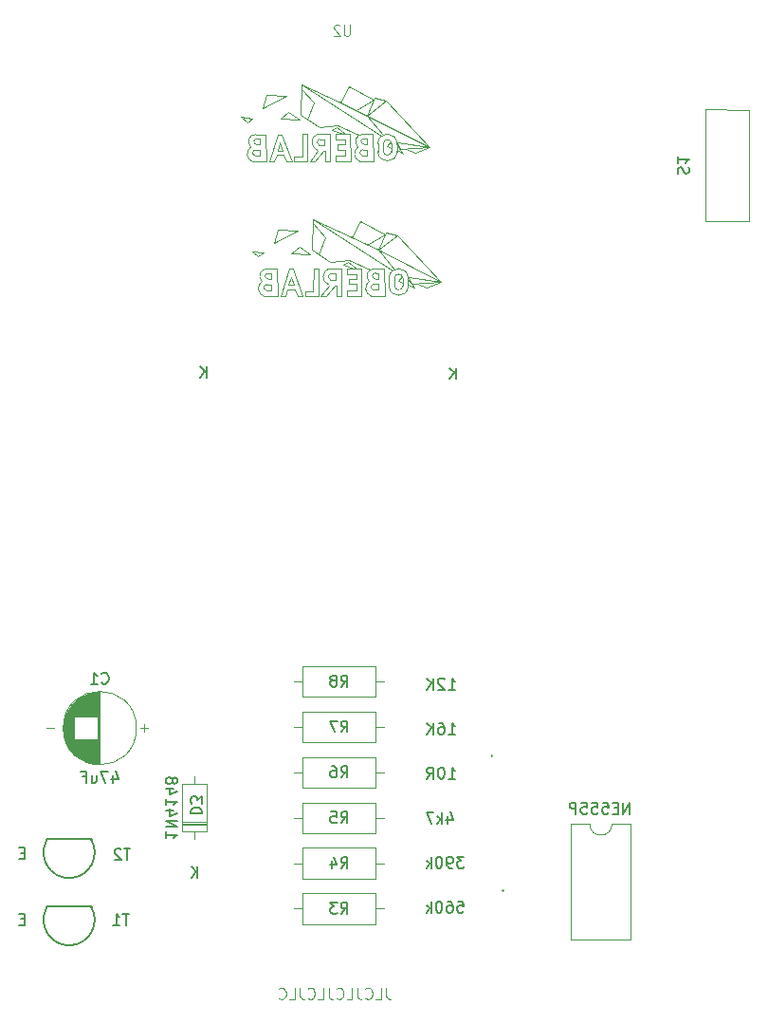
<source format=gbr>
%TF.GenerationSoftware,KiCad,Pcbnew,9.0.6*%
%TF.CreationDate,2025-12-31T17:09:58+01:00*%
%TF.ProjectId,Panda,50616e64-612e-46b6-9963-61645f706362,rev?*%
%TF.SameCoordinates,Original*%
%TF.FileFunction,Legend,Bot*%
%TF.FilePolarity,Positive*%
%FSLAX46Y46*%
G04 Gerber Fmt 4.6, Leading zero omitted, Abs format (unit mm)*
G04 Created by KiCad (PCBNEW 9.0.6) date 2025-12-31 17:09:58*
%MOMM*%
%LPD*%
G01*
G04 APERTURE LIST*
%ADD10C,0.100000*%
%ADD11C,0.150000*%
%ADD12C,0.050000*%
%ADD13C,0.120000*%
%ADD14C,0.010000*%
G04 APERTURE END LIST*
D10*
X95610401Y-132672419D02*
X95610401Y-133386704D01*
X95610401Y-133386704D02*
X95658020Y-133529561D01*
X95658020Y-133529561D02*
X95753258Y-133624800D01*
X95753258Y-133624800D02*
X95896115Y-133672419D01*
X95896115Y-133672419D02*
X95991353Y-133672419D01*
X94658020Y-133672419D02*
X95134210Y-133672419D01*
X95134210Y-133672419D02*
X95134210Y-132672419D01*
X93753258Y-133577180D02*
X93800877Y-133624800D01*
X93800877Y-133624800D02*
X93943734Y-133672419D01*
X93943734Y-133672419D02*
X94038972Y-133672419D01*
X94038972Y-133672419D02*
X94181829Y-133624800D01*
X94181829Y-133624800D02*
X94277067Y-133529561D01*
X94277067Y-133529561D02*
X94324686Y-133434323D01*
X94324686Y-133434323D02*
X94372305Y-133243847D01*
X94372305Y-133243847D02*
X94372305Y-133100990D01*
X94372305Y-133100990D02*
X94324686Y-132910514D01*
X94324686Y-132910514D02*
X94277067Y-132815276D01*
X94277067Y-132815276D02*
X94181829Y-132720038D01*
X94181829Y-132720038D02*
X94038972Y-132672419D01*
X94038972Y-132672419D02*
X93943734Y-132672419D01*
X93943734Y-132672419D02*
X93800877Y-132720038D01*
X93800877Y-132720038D02*
X93753258Y-132767657D01*
X93038972Y-132672419D02*
X93038972Y-133386704D01*
X93038972Y-133386704D02*
X93086591Y-133529561D01*
X93086591Y-133529561D02*
X93181829Y-133624800D01*
X93181829Y-133624800D02*
X93324686Y-133672419D01*
X93324686Y-133672419D02*
X93419924Y-133672419D01*
X92086591Y-133672419D02*
X92562781Y-133672419D01*
X92562781Y-133672419D02*
X92562781Y-132672419D01*
X91181829Y-133577180D02*
X91229448Y-133624800D01*
X91229448Y-133624800D02*
X91372305Y-133672419D01*
X91372305Y-133672419D02*
X91467543Y-133672419D01*
X91467543Y-133672419D02*
X91610400Y-133624800D01*
X91610400Y-133624800D02*
X91705638Y-133529561D01*
X91705638Y-133529561D02*
X91753257Y-133434323D01*
X91753257Y-133434323D02*
X91800876Y-133243847D01*
X91800876Y-133243847D02*
X91800876Y-133100990D01*
X91800876Y-133100990D02*
X91753257Y-132910514D01*
X91753257Y-132910514D02*
X91705638Y-132815276D01*
X91705638Y-132815276D02*
X91610400Y-132720038D01*
X91610400Y-132720038D02*
X91467543Y-132672419D01*
X91467543Y-132672419D02*
X91372305Y-132672419D01*
X91372305Y-132672419D02*
X91229448Y-132720038D01*
X91229448Y-132720038D02*
X91181829Y-132767657D01*
X90467543Y-132672419D02*
X90467543Y-133386704D01*
X90467543Y-133386704D02*
X90515162Y-133529561D01*
X90515162Y-133529561D02*
X90610400Y-133624800D01*
X90610400Y-133624800D02*
X90753257Y-133672419D01*
X90753257Y-133672419D02*
X90848495Y-133672419D01*
X89515162Y-133672419D02*
X89991352Y-133672419D01*
X89991352Y-133672419D02*
X89991352Y-132672419D01*
X88610400Y-133577180D02*
X88658019Y-133624800D01*
X88658019Y-133624800D02*
X88800876Y-133672419D01*
X88800876Y-133672419D02*
X88896114Y-133672419D01*
X88896114Y-133672419D02*
X89038971Y-133624800D01*
X89038971Y-133624800D02*
X89134209Y-133529561D01*
X89134209Y-133529561D02*
X89181828Y-133434323D01*
X89181828Y-133434323D02*
X89229447Y-133243847D01*
X89229447Y-133243847D02*
X89229447Y-133100990D01*
X89229447Y-133100990D02*
X89181828Y-132910514D01*
X89181828Y-132910514D02*
X89134209Y-132815276D01*
X89134209Y-132815276D02*
X89038971Y-132720038D01*
X89038971Y-132720038D02*
X88896114Y-132672419D01*
X88896114Y-132672419D02*
X88800876Y-132672419D01*
X88800876Y-132672419D02*
X88658019Y-132720038D01*
X88658019Y-132720038D02*
X88610400Y-132767657D01*
X87896114Y-132672419D02*
X87896114Y-133386704D01*
X87896114Y-133386704D02*
X87943733Y-133529561D01*
X87943733Y-133529561D02*
X88038971Y-133624800D01*
X88038971Y-133624800D02*
X88181828Y-133672419D01*
X88181828Y-133672419D02*
X88277066Y-133672419D01*
X86943733Y-133672419D02*
X87419923Y-133672419D01*
X87419923Y-133672419D02*
X87419923Y-132672419D01*
X86038971Y-133577180D02*
X86086590Y-133624800D01*
X86086590Y-133624800D02*
X86229447Y-133672419D01*
X86229447Y-133672419D02*
X86324685Y-133672419D01*
X86324685Y-133672419D02*
X86467542Y-133624800D01*
X86467542Y-133624800D02*
X86562780Y-133529561D01*
X86562780Y-133529561D02*
X86610399Y-133434323D01*
X86610399Y-133434323D02*
X86658018Y-133243847D01*
X86658018Y-133243847D02*
X86658018Y-133100990D01*
X86658018Y-133100990D02*
X86610399Y-132910514D01*
X86610399Y-132910514D02*
X86562780Y-132815276D01*
X86562780Y-132815276D02*
X86467542Y-132720038D01*
X86467542Y-132720038D02*
X86324685Y-132672419D01*
X86324685Y-132672419D02*
X86229447Y-132672419D01*
X86229447Y-132672419D02*
X86086590Y-132720038D01*
X86086590Y-132720038D02*
X86038971Y-132767657D01*
D11*
X101861904Y-78354819D02*
X101861904Y-77354819D01*
X101290476Y-78354819D02*
X101719047Y-77783390D01*
X101290476Y-77354819D02*
X101861904Y-77926247D01*
X79561904Y-78254819D02*
X79561904Y-77254819D01*
X78990476Y-78254819D02*
X79419047Y-77683390D01*
X78990476Y-77254819D02*
X79561904Y-77826247D01*
X63314285Y-126531009D02*
X62980952Y-126531009D01*
X62838095Y-127054819D02*
X63314285Y-127054819D01*
X63314285Y-127054819D02*
X63314285Y-126054819D01*
X63314285Y-126054819D02*
X62838095Y-126054819D01*
X63314285Y-120631009D02*
X62980952Y-120631009D01*
X62838095Y-121154819D02*
X63314285Y-121154819D01*
X63314285Y-121154819D02*
X63314285Y-120154819D01*
X63314285Y-120154819D02*
X62838095Y-120154819D01*
X72761904Y-120254819D02*
X72190476Y-120254819D01*
X72476190Y-121254819D02*
X72476190Y-120254819D01*
X71904761Y-120350057D02*
X71857142Y-120302438D01*
X71857142Y-120302438D02*
X71761904Y-120254819D01*
X71761904Y-120254819D02*
X71523809Y-120254819D01*
X71523809Y-120254819D02*
X71428571Y-120302438D01*
X71428571Y-120302438D02*
X71380952Y-120350057D01*
X71380952Y-120350057D02*
X71333333Y-120445295D01*
X71333333Y-120445295D02*
X71333333Y-120540533D01*
X71333333Y-120540533D02*
X71380952Y-120683390D01*
X71380952Y-120683390D02*
X71952380Y-121254819D01*
X71952380Y-121254819D02*
X71333333Y-121254819D01*
X72661904Y-126054819D02*
X72090476Y-126054819D01*
X72376190Y-127054819D02*
X72376190Y-126054819D01*
X71233333Y-127054819D02*
X71804761Y-127054819D01*
X71519047Y-127054819D02*
X71519047Y-126054819D01*
X71519047Y-126054819D02*
X71614285Y-126197676D01*
X71614285Y-126197676D02*
X71709523Y-126292914D01*
X71709523Y-126292914D02*
X71804761Y-126340533D01*
X69247652Y-119409768D02*
G75*
G02*
X65300000Y-119500000I-1947652J-1190232D01*
G01*
X65300000Y-119400000D02*
X69300000Y-119400000D01*
X69247652Y-125409768D02*
G75*
G02*
X65300000Y-125500000I-1947652J-1190232D01*
G01*
X65300000Y-125400000D02*
X69300000Y-125400000D01*
D12*
X92369714Y-46744019D02*
X92369714Y-47553542D01*
X92369714Y-47553542D02*
X92326857Y-47648780D01*
X92326857Y-47648780D02*
X92284000Y-47696400D01*
X92284000Y-47696400D02*
X92198285Y-47744019D01*
X92198285Y-47744019D02*
X92026857Y-47744019D01*
X92026857Y-47744019D02*
X91941142Y-47696400D01*
X91941142Y-47696400D02*
X91898285Y-47648780D01*
X91898285Y-47648780D02*
X91855428Y-47553542D01*
X91855428Y-47553542D02*
X91855428Y-46744019D01*
X91469714Y-46839257D02*
X91426857Y-46791638D01*
X91426857Y-46791638D02*
X91341143Y-46744019D01*
X91341143Y-46744019D02*
X91126857Y-46744019D01*
X91126857Y-46744019D02*
X91041143Y-46791638D01*
X91041143Y-46791638D02*
X90998285Y-46839257D01*
X90998285Y-46839257D02*
X90955428Y-46934495D01*
X90955428Y-46934495D02*
X90955428Y-47029733D01*
X90955428Y-47029733D02*
X90998285Y-47172590D01*
X90998285Y-47172590D02*
X91512571Y-47744019D01*
X91512571Y-47744019D02*
X90955428Y-47744019D01*
D11*
X117366666Y-117154819D02*
X117366666Y-116154819D01*
X117366666Y-116154819D02*
X116795238Y-117154819D01*
X116795238Y-117154819D02*
X116795238Y-116154819D01*
X116319047Y-116631009D02*
X115985714Y-116631009D01*
X115842857Y-117154819D02*
X116319047Y-117154819D01*
X116319047Y-117154819D02*
X116319047Y-116154819D01*
X116319047Y-116154819D02*
X115842857Y-116154819D01*
X114938095Y-116154819D02*
X115414285Y-116154819D01*
X115414285Y-116154819D02*
X115461904Y-116631009D01*
X115461904Y-116631009D02*
X115414285Y-116583390D01*
X115414285Y-116583390D02*
X115319047Y-116535771D01*
X115319047Y-116535771D02*
X115080952Y-116535771D01*
X115080952Y-116535771D02*
X114985714Y-116583390D01*
X114985714Y-116583390D02*
X114938095Y-116631009D01*
X114938095Y-116631009D02*
X114890476Y-116726247D01*
X114890476Y-116726247D02*
X114890476Y-116964342D01*
X114890476Y-116964342D02*
X114938095Y-117059580D01*
X114938095Y-117059580D02*
X114985714Y-117107200D01*
X114985714Y-117107200D02*
X115080952Y-117154819D01*
X115080952Y-117154819D02*
X115319047Y-117154819D01*
X115319047Y-117154819D02*
X115414285Y-117107200D01*
X115414285Y-117107200D02*
X115461904Y-117059580D01*
X113985714Y-116154819D02*
X114461904Y-116154819D01*
X114461904Y-116154819D02*
X114509523Y-116631009D01*
X114509523Y-116631009D02*
X114461904Y-116583390D01*
X114461904Y-116583390D02*
X114366666Y-116535771D01*
X114366666Y-116535771D02*
X114128571Y-116535771D01*
X114128571Y-116535771D02*
X114033333Y-116583390D01*
X114033333Y-116583390D02*
X113985714Y-116631009D01*
X113985714Y-116631009D02*
X113938095Y-116726247D01*
X113938095Y-116726247D02*
X113938095Y-116964342D01*
X113938095Y-116964342D02*
X113985714Y-117059580D01*
X113985714Y-117059580D02*
X114033333Y-117107200D01*
X114033333Y-117107200D02*
X114128571Y-117154819D01*
X114128571Y-117154819D02*
X114366666Y-117154819D01*
X114366666Y-117154819D02*
X114461904Y-117107200D01*
X114461904Y-117107200D02*
X114509523Y-117059580D01*
X113033333Y-116154819D02*
X113509523Y-116154819D01*
X113509523Y-116154819D02*
X113557142Y-116631009D01*
X113557142Y-116631009D02*
X113509523Y-116583390D01*
X113509523Y-116583390D02*
X113414285Y-116535771D01*
X113414285Y-116535771D02*
X113176190Y-116535771D01*
X113176190Y-116535771D02*
X113080952Y-116583390D01*
X113080952Y-116583390D02*
X113033333Y-116631009D01*
X113033333Y-116631009D02*
X112985714Y-116726247D01*
X112985714Y-116726247D02*
X112985714Y-116964342D01*
X112985714Y-116964342D02*
X113033333Y-117059580D01*
X113033333Y-117059580D02*
X113080952Y-117107200D01*
X113080952Y-117107200D02*
X113176190Y-117154819D01*
X113176190Y-117154819D02*
X113414285Y-117154819D01*
X113414285Y-117154819D02*
X113509523Y-117107200D01*
X113509523Y-117107200D02*
X113557142Y-117059580D01*
X112557142Y-117154819D02*
X112557142Y-116154819D01*
X112557142Y-116154819D02*
X112176190Y-116154819D01*
X112176190Y-116154819D02*
X112080952Y-116202438D01*
X112080952Y-116202438D02*
X112033333Y-116250057D01*
X112033333Y-116250057D02*
X111985714Y-116345295D01*
X111985714Y-116345295D02*
X111985714Y-116488152D01*
X111985714Y-116488152D02*
X112033333Y-116583390D01*
X112033333Y-116583390D02*
X112080952Y-116631009D01*
X112080952Y-116631009D02*
X112176190Y-116678628D01*
X112176190Y-116678628D02*
X112557142Y-116678628D01*
X121692800Y-60021904D02*
X121645180Y-59879047D01*
X121645180Y-59879047D02*
X121645180Y-59640952D01*
X121645180Y-59640952D02*
X121692800Y-59545714D01*
X121692800Y-59545714D02*
X121740419Y-59498095D01*
X121740419Y-59498095D02*
X121835657Y-59450476D01*
X121835657Y-59450476D02*
X121930895Y-59450476D01*
X121930895Y-59450476D02*
X122026133Y-59498095D01*
X122026133Y-59498095D02*
X122073752Y-59545714D01*
X122073752Y-59545714D02*
X122121371Y-59640952D01*
X122121371Y-59640952D02*
X122168990Y-59831428D01*
X122168990Y-59831428D02*
X122216609Y-59926666D01*
X122216609Y-59926666D02*
X122264228Y-59974285D01*
X122264228Y-59974285D02*
X122359466Y-60021904D01*
X122359466Y-60021904D02*
X122454704Y-60021904D01*
X122454704Y-60021904D02*
X122549942Y-59974285D01*
X122549942Y-59974285D02*
X122597561Y-59926666D01*
X122597561Y-59926666D02*
X122645180Y-59831428D01*
X122645180Y-59831428D02*
X122645180Y-59593333D01*
X122645180Y-59593333D02*
X122597561Y-59450476D01*
X121645180Y-58498095D02*
X121645180Y-59069523D01*
X121645180Y-58783809D02*
X122645180Y-58783809D01*
X122645180Y-58783809D02*
X122502323Y-58879047D01*
X122502323Y-58879047D02*
X122407085Y-58974285D01*
X122407085Y-58974285D02*
X122359466Y-59069523D01*
X91586666Y-109854819D02*
X91919999Y-109378628D01*
X92158094Y-109854819D02*
X92158094Y-108854819D01*
X92158094Y-108854819D02*
X91777142Y-108854819D01*
X91777142Y-108854819D02*
X91681904Y-108902438D01*
X91681904Y-108902438D02*
X91634285Y-108950057D01*
X91634285Y-108950057D02*
X91586666Y-109045295D01*
X91586666Y-109045295D02*
X91586666Y-109188152D01*
X91586666Y-109188152D02*
X91634285Y-109283390D01*
X91634285Y-109283390D02*
X91681904Y-109331009D01*
X91681904Y-109331009D02*
X91777142Y-109378628D01*
X91777142Y-109378628D02*
X92158094Y-109378628D01*
X91253332Y-108854819D02*
X90586666Y-108854819D01*
X90586666Y-108854819D02*
X91015237Y-109854819D01*
X101190476Y-110034819D02*
X101761904Y-110034819D01*
X101476190Y-110034819D02*
X101476190Y-109034819D01*
X101476190Y-109034819D02*
X101571428Y-109177676D01*
X101571428Y-109177676D02*
X101666666Y-109272914D01*
X101666666Y-109272914D02*
X101761904Y-109320533D01*
X100333333Y-109034819D02*
X100523809Y-109034819D01*
X100523809Y-109034819D02*
X100619047Y-109082438D01*
X100619047Y-109082438D02*
X100666666Y-109130057D01*
X100666666Y-109130057D02*
X100761904Y-109272914D01*
X100761904Y-109272914D02*
X100809523Y-109463390D01*
X100809523Y-109463390D02*
X100809523Y-109844342D01*
X100809523Y-109844342D02*
X100761904Y-109939580D01*
X100761904Y-109939580D02*
X100714285Y-109987200D01*
X100714285Y-109987200D02*
X100619047Y-110034819D01*
X100619047Y-110034819D02*
X100428571Y-110034819D01*
X100428571Y-110034819D02*
X100333333Y-109987200D01*
X100333333Y-109987200D02*
X100285714Y-109939580D01*
X100285714Y-109939580D02*
X100238095Y-109844342D01*
X100238095Y-109844342D02*
X100238095Y-109606247D01*
X100238095Y-109606247D02*
X100285714Y-109511009D01*
X100285714Y-109511009D02*
X100333333Y-109463390D01*
X100333333Y-109463390D02*
X100428571Y-109415771D01*
X100428571Y-109415771D02*
X100619047Y-109415771D01*
X100619047Y-109415771D02*
X100714285Y-109463390D01*
X100714285Y-109463390D02*
X100761904Y-109511009D01*
X100761904Y-109511009D02*
X100809523Y-109606247D01*
X99809523Y-110034819D02*
X99809523Y-109034819D01*
X99238095Y-110034819D02*
X99666666Y-109463390D01*
X99238095Y-109034819D02*
X99809523Y-109606247D01*
X91586666Y-113904819D02*
X91919999Y-113428628D01*
X92158094Y-113904819D02*
X92158094Y-112904819D01*
X92158094Y-112904819D02*
X91777142Y-112904819D01*
X91777142Y-112904819D02*
X91681904Y-112952438D01*
X91681904Y-112952438D02*
X91634285Y-113000057D01*
X91634285Y-113000057D02*
X91586666Y-113095295D01*
X91586666Y-113095295D02*
X91586666Y-113238152D01*
X91586666Y-113238152D02*
X91634285Y-113333390D01*
X91634285Y-113333390D02*
X91681904Y-113381009D01*
X91681904Y-113381009D02*
X91777142Y-113428628D01*
X91777142Y-113428628D02*
X92158094Y-113428628D01*
X90729523Y-112904819D02*
X90919999Y-112904819D01*
X90919999Y-112904819D02*
X91015237Y-112952438D01*
X91015237Y-112952438D02*
X91062856Y-113000057D01*
X91062856Y-113000057D02*
X91158094Y-113142914D01*
X91158094Y-113142914D02*
X91205713Y-113333390D01*
X91205713Y-113333390D02*
X91205713Y-113714342D01*
X91205713Y-113714342D02*
X91158094Y-113809580D01*
X91158094Y-113809580D02*
X91110475Y-113857200D01*
X91110475Y-113857200D02*
X91015237Y-113904819D01*
X91015237Y-113904819D02*
X90824761Y-113904819D01*
X90824761Y-113904819D02*
X90729523Y-113857200D01*
X90729523Y-113857200D02*
X90681904Y-113809580D01*
X90681904Y-113809580D02*
X90634285Y-113714342D01*
X90634285Y-113714342D02*
X90634285Y-113476247D01*
X90634285Y-113476247D02*
X90681904Y-113381009D01*
X90681904Y-113381009D02*
X90729523Y-113333390D01*
X90729523Y-113333390D02*
X90824761Y-113285771D01*
X90824761Y-113285771D02*
X91015237Y-113285771D01*
X91015237Y-113285771D02*
X91110475Y-113333390D01*
X91110475Y-113333390D02*
X91158094Y-113381009D01*
X91158094Y-113381009D02*
X91205713Y-113476247D01*
X101190476Y-114014819D02*
X101761904Y-114014819D01*
X101476190Y-114014819D02*
X101476190Y-113014819D01*
X101476190Y-113014819D02*
X101571428Y-113157676D01*
X101571428Y-113157676D02*
X101666666Y-113252914D01*
X101666666Y-113252914D02*
X101761904Y-113300533D01*
X100571428Y-113014819D02*
X100476190Y-113014819D01*
X100476190Y-113014819D02*
X100380952Y-113062438D01*
X100380952Y-113062438D02*
X100333333Y-113110057D01*
X100333333Y-113110057D02*
X100285714Y-113205295D01*
X100285714Y-113205295D02*
X100238095Y-113395771D01*
X100238095Y-113395771D02*
X100238095Y-113633866D01*
X100238095Y-113633866D02*
X100285714Y-113824342D01*
X100285714Y-113824342D02*
X100333333Y-113919580D01*
X100333333Y-113919580D02*
X100380952Y-113967200D01*
X100380952Y-113967200D02*
X100476190Y-114014819D01*
X100476190Y-114014819D02*
X100571428Y-114014819D01*
X100571428Y-114014819D02*
X100666666Y-113967200D01*
X100666666Y-113967200D02*
X100714285Y-113919580D01*
X100714285Y-113919580D02*
X100761904Y-113824342D01*
X100761904Y-113824342D02*
X100809523Y-113633866D01*
X100809523Y-113633866D02*
X100809523Y-113395771D01*
X100809523Y-113395771D02*
X100761904Y-113205295D01*
X100761904Y-113205295D02*
X100714285Y-113110057D01*
X100714285Y-113110057D02*
X100666666Y-113062438D01*
X100666666Y-113062438D02*
X100571428Y-113014819D01*
X99238095Y-114014819D02*
X99571428Y-113538628D01*
X99809523Y-114014819D02*
X99809523Y-113014819D01*
X99809523Y-113014819D02*
X99428571Y-113014819D01*
X99428571Y-113014819D02*
X99333333Y-113062438D01*
X99333333Y-113062438D02*
X99285714Y-113110057D01*
X99285714Y-113110057D02*
X99238095Y-113205295D01*
X99238095Y-113205295D02*
X99238095Y-113348152D01*
X99238095Y-113348152D02*
X99285714Y-113443390D01*
X99285714Y-113443390D02*
X99333333Y-113491009D01*
X99333333Y-113491009D02*
X99428571Y-113538628D01*
X99428571Y-113538628D02*
X99809523Y-113538628D01*
X91586666Y-117954819D02*
X91919999Y-117478628D01*
X92158094Y-117954819D02*
X92158094Y-116954819D01*
X92158094Y-116954819D02*
X91777142Y-116954819D01*
X91777142Y-116954819D02*
X91681904Y-117002438D01*
X91681904Y-117002438D02*
X91634285Y-117050057D01*
X91634285Y-117050057D02*
X91586666Y-117145295D01*
X91586666Y-117145295D02*
X91586666Y-117288152D01*
X91586666Y-117288152D02*
X91634285Y-117383390D01*
X91634285Y-117383390D02*
X91681904Y-117431009D01*
X91681904Y-117431009D02*
X91777142Y-117478628D01*
X91777142Y-117478628D02*
X92158094Y-117478628D01*
X90681904Y-116954819D02*
X91158094Y-116954819D01*
X91158094Y-116954819D02*
X91205713Y-117431009D01*
X91205713Y-117431009D02*
X91158094Y-117383390D01*
X91158094Y-117383390D02*
X91062856Y-117335771D01*
X91062856Y-117335771D02*
X90824761Y-117335771D01*
X90824761Y-117335771D02*
X90729523Y-117383390D01*
X90729523Y-117383390D02*
X90681904Y-117431009D01*
X90681904Y-117431009D02*
X90634285Y-117526247D01*
X90634285Y-117526247D02*
X90634285Y-117764342D01*
X90634285Y-117764342D02*
X90681904Y-117859580D01*
X90681904Y-117859580D02*
X90729523Y-117907200D01*
X90729523Y-117907200D02*
X90824761Y-117954819D01*
X90824761Y-117954819D02*
X91062856Y-117954819D01*
X91062856Y-117954819D02*
X91158094Y-117907200D01*
X91158094Y-117907200D02*
X91205713Y-117859580D01*
X101095238Y-117328152D02*
X101095238Y-117994819D01*
X101333333Y-116947200D02*
X101571428Y-117661485D01*
X101571428Y-117661485D02*
X100952381Y-117661485D01*
X100571428Y-117994819D02*
X100571428Y-116994819D01*
X100476190Y-117613866D02*
X100190476Y-117994819D01*
X100190476Y-117328152D02*
X100571428Y-117709104D01*
X99857142Y-116994819D02*
X99190476Y-116994819D01*
X99190476Y-116994819D02*
X99619047Y-117994819D01*
X91586666Y-122004819D02*
X91919999Y-121528628D01*
X92158094Y-122004819D02*
X92158094Y-121004819D01*
X92158094Y-121004819D02*
X91777142Y-121004819D01*
X91777142Y-121004819D02*
X91681904Y-121052438D01*
X91681904Y-121052438D02*
X91634285Y-121100057D01*
X91634285Y-121100057D02*
X91586666Y-121195295D01*
X91586666Y-121195295D02*
X91586666Y-121338152D01*
X91586666Y-121338152D02*
X91634285Y-121433390D01*
X91634285Y-121433390D02*
X91681904Y-121481009D01*
X91681904Y-121481009D02*
X91777142Y-121528628D01*
X91777142Y-121528628D02*
X92158094Y-121528628D01*
X90729523Y-121338152D02*
X90729523Y-122004819D01*
X90967618Y-120957200D02*
X91205713Y-121671485D01*
X91205713Y-121671485D02*
X90586666Y-121671485D01*
X102571427Y-120974819D02*
X101952380Y-120974819D01*
X101952380Y-120974819D02*
X102285713Y-121355771D01*
X102285713Y-121355771D02*
X102142856Y-121355771D01*
X102142856Y-121355771D02*
X102047618Y-121403390D01*
X102047618Y-121403390D02*
X101999999Y-121451009D01*
X101999999Y-121451009D02*
X101952380Y-121546247D01*
X101952380Y-121546247D02*
X101952380Y-121784342D01*
X101952380Y-121784342D02*
X101999999Y-121879580D01*
X101999999Y-121879580D02*
X102047618Y-121927200D01*
X102047618Y-121927200D02*
X102142856Y-121974819D01*
X102142856Y-121974819D02*
X102428570Y-121974819D01*
X102428570Y-121974819D02*
X102523808Y-121927200D01*
X102523808Y-121927200D02*
X102571427Y-121879580D01*
X101476189Y-121974819D02*
X101285713Y-121974819D01*
X101285713Y-121974819D02*
X101190475Y-121927200D01*
X101190475Y-121927200D02*
X101142856Y-121879580D01*
X101142856Y-121879580D02*
X101047618Y-121736723D01*
X101047618Y-121736723D02*
X100999999Y-121546247D01*
X100999999Y-121546247D02*
X100999999Y-121165295D01*
X100999999Y-121165295D02*
X101047618Y-121070057D01*
X101047618Y-121070057D02*
X101095237Y-121022438D01*
X101095237Y-121022438D02*
X101190475Y-120974819D01*
X101190475Y-120974819D02*
X101380951Y-120974819D01*
X101380951Y-120974819D02*
X101476189Y-121022438D01*
X101476189Y-121022438D02*
X101523808Y-121070057D01*
X101523808Y-121070057D02*
X101571427Y-121165295D01*
X101571427Y-121165295D02*
X101571427Y-121403390D01*
X101571427Y-121403390D02*
X101523808Y-121498628D01*
X101523808Y-121498628D02*
X101476189Y-121546247D01*
X101476189Y-121546247D02*
X101380951Y-121593866D01*
X101380951Y-121593866D02*
X101190475Y-121593866D01*
X101190475Y-121593866D02*
X101095237Y-121546247D01*
X101095237Y-121546247D02*
X101047618Y-121498628D01*
X101047618Y-121498628D02*
X100999999Y-121403390D01*
X100380951Y-120974819D02*
X100285713Y-120974819D01*
X100285713Y-120974819D02*
X100190475Y-121022438D01*
X100190475Y-121022438D02*
X100142856Y-121070057D01*
X100142856Y-121070057D02*
X100095237Y-121165295D01*
X100095237Y-121165295D02*
X100047618Y-121355771D01*
X100047618Y-121355771D02*
X100047618Y-121593866D01*
X100047618Y-121593866D02*
X100095237Y-121784342D01*
X100095237Y-121784342D02*
X100142856Y-121879580D01*
X100142856Y-121879580D02*
X100190475Y-121927200D01*
X100190475Y-121927200D02*
X100285713Y-121974819D01*
X100285713Y-121974819D02*
X100380951Y-121974819D01*
X100380951Y-121974819D02*
X100476189Y-121927200D01*
X100476189Y-121927200D02*
X100523808Y-121879580D01*
X100523808Y-121879580D02*
X100571427Y-121784342D01*
X100571427Y-121784342D02*
X100619046Y-121593866D01*
X100619046Y-121593866D02*
X100619046Y-121355771D01*
X100619046Y-121355771D02*
X100571427Y-121165295D01*
X100571427Y-121165295D02*
X100523808Y-121070057D01*
X100523808Y-121070057D02*
X100476189Y-121022438D01*
X100476189Y-121022438D02*
X100380951Y-120974819D01*
X99619046Y-121974819D02*
X99619046Y-120974819D01*
X99523808Y-121593866D02*
X99238094Y-121974819D01*
X99238094Y-121308152D02*
X99619046Y-121689104D01*
X91586666Y-126054819D02*
X91919999Y-125578628D01*
X92158094Y-126054819D02*
X92158094Y-125054819D01*
X92158094Y-125054819D02*
X91777142Y-125054819D01*
X91777142Y-125054819D02*
X91681904Y-125102438D01*
X91681904Y-125102438D02*
X91634285Y-125150057D01*
X91634285Y-125150057D02*
X91586666Y-125245295D01*
X91586666Y-125245295D02*
X91586666Y-125388152D01*
X91586666Y-125388152D02*
X91634285Y-125483390D01*
X91634285Y-125483390D02*
X91681904Y-125531009D01*
X91681904Y-125531009D02*
X91777142Y-125578628D01*
X91777142Y-125578628D02*
X92158094Y-125578628D01*
X91253332Y-125054819D02*
X90634285Y-125054819D01*
X90634285Y-125054819D02*
X90967618Y-125435771D01*
X90967618Y-125435771D02*
X90824761Y-125435771D01*
X90824761Y-125435771D02*
X90729523Y-125483390D01*
X90729523Y-125483390D02*
X90681904Y-125531009D01*
X90681904Y-125531009D02*
X90634285Y-125626247D01*
X90634285Y-125626247D02*
X90634285Y-125864342D01*
X90634285Y-125864342D02*
X90681904Y-125959580D01*
X90681904Y-125959580D02*
X90729523Y-126007200D01*
X90729523Y-126007200D02*
X90824761Y-126054819D01*
X90824761Y-126054819D02*
X91110475Y-126054819D01*
X91110475Y-126054819D02*
X91205713Y-126007200D01*
X91205713Y-126007200D02*
X91253332Y-125959580D01*
X101999999Y-124954819D02*
X102476189Y-124954819D01*
X102476189Y-124954819D02*
X102523808Y-125431009D01*
X102523808Y-125431009D02*
X102476189Y-125383390D01*
X102476189Y-125383390D02*
X102380951Y-125335771D01*
X102380951Y-125335771D02*
X102142856Y-125335771D01*
X102142856Y-125335771D02*
X102047618Y-125383390D01*
X102047618Y-125383390D02*
X101999999Y-125431009D01*
X101999999Y-125431009D02*
X101952380Y-125526247D01*
X101952380Y-125526247D02*
X101952380Y-125764342D01*
X101952380Y-125764342D02*
X101999999Y-125859580D01*
X101999999Y-125859580D02*
X102047618Y-125907200D01*
X102047618Y-125907200D02*
X102142856Y-125954819D01*
X102142856Y-125954819D02*
X102380951Y-125954819D01*
X102380951Y-125954819D02*
X102476189Y-125907200D01*
X102476189Y-125907200D02*
X102523808Y-125859580D01*
X101095237Y-124954819D02*
X101285713Y-124954819D01*
X101285713Y-124954819D02*
X101380951Y-125002438D01*
X101380951Y-125002438D02*
X101428570Y-125050057D01*
X101428570Y-125050057D02*
X101523808Y-125192914D01*
X101523808Y-125192914D02*
X101571427Y-125383390D01*
X101571427Y-125383390D02*
X101571427Y-125764342D01*
X101571427Y-125764342D02*
X101523808Y-125859580D01*
X101523808Y-125859580D02*
X101476189Y-125907200D01*
X101476189Y-125907200D02*
X101380951Y-125954819D01*
X101380951Y-125954819D02*
X101190475Y-125954819D01*
X101190475Y-125954819D02*
X101095237Y-125907200D01*
X101095237Y-125907200D02*
X101047618Y-125859580D01*
X101047618Y-125859580D02*
X100999999Y-125764342D01*
X100999999Y-125764342D02*
X100999999Y-125526247D01*
X100999999Y-125526247D02*
X101047618Y-125431009D01*
X101047618Y-125431009D02*
X101095237Y-125383390D01*
X101095237Y-125383390D02*
X101190475Y-125335771D01*
X101190475Y-125335771D02*
X101380951Y-125335771D01*
X101380951Y-125335771D02*
X101476189Y-125383390D01*
X101476189Y-125383390D02*
X101523808Y-125431009D01*
X101523808Y-125431009D02*
X101571427Y-125526247D01*
X100380951Y-124954819D02*
X100285713Y-124954819D01*
X100285713Y-124954819D02*
X100190475Y-125002438D01*
X100190475Y-125002438D02*
X100142856Y-125050057D01*
X100142856Y-125050057D02*
X100095237Y-125145295D01*
X100095237Y-125145295D02*
X100047618Y-125335771D01*
X100047618Y-125335771D02*
X100047618Y-125573866D01*
X100047618Y-125573866D02*
X100095237Y-125764342D01*
X100095237Y-125764342D02*
X100142856Y-125859580D01*
X100142856Y-125859580D02*
X100190475Y-125907200D01*
X100190475Y-125907200D02*
X100285713Y-125954819D01*
X100285713Y-125954819D02*
X100380951Y-125954819D01*
X100380951Y-125954819D02*
X100476189Y-125907200D01*
X100476189Y-125907200D02*
X100523808Y-125859580D01*
X100523808Y-125859580D02*
X100571427Y-125764342D01*
X100571427Y-125764342D02*
X100619046Y-125573866D01*
X100619046Y-125573866D02*
X100619046Y-125335771D01*
X100619046Y-125335771D02*
X100571427Y-125145295D01*
X100571427Y-125145295D02*
X100523808Y-125050057D01*
X100523808Y-125050057D02*
X100476189Y-125002438D01*
X100476189Y-125002438D02*
X100380951Y-124954819D01*
X99619046Y-125954819D02*
X99619046Y-124954819D01*
X99523808Y-125573866D02*
X99238094Y-125954819D01*
X99238094Y-125288152D02*
X99619046Y-125669104D01*
X91586666Y-105804819D02*
X91919999Y-105328628D01*
X92158094Y-105804819D02*
X92158094Y-104804819D01*
X92158094Y-104804819D02*
X91777142Y-104804819D01*
X91777142Y-104804819D02*
X91681904Y-104852438D01*
X91681904Y-104852438D02*
X91634285Y-104900057D01*
X91634285Y-104900057D02*
X91586666Y-104995295D01*
X91586666Y-104995295D02*
X91586666Y-105138152D01*
X91586666Y-105138152D02*
X91634285Y-105233390D01*
X91634285Y-105233390D02*
X91681904Y-105281009D01*
X91681904Y-105281009D02*
X91777142Y-105328628D01*
X91777142Y-105328628D02*
X92158094Y-105328628D01*
X91015237Y-105233390D02*
X91110475Y-105185771D01*
X91110475Y-105185771D02*
X91158094Y-105138152D01*
X91158094Y-105138152D02*
X91205713Y-105042914D01*
X91205713Y-105042914D02*
X91205713Y-104995295D01*
X91205713Y-104995295D02*
X91158094Y-104900057D01*
X91158094Y-104900057D02*
X91110475Y-104852438D01*
X91110475Y-104852438D02*
X91015237Y-104804819D01*
X91015237Y-104804819D02*
X90824761Y-104804819D01*
X90824761Y-104804819D02*
X90729523Y-104852438D01*
X90729523Y-104852438D02*
X90681904Y-104900057D01*
X90681904Y-104900057D02*
X90634285Y-104995295D01*
X90634285Y-104995295D02*
X90634285Y-105042914D01*
X90634285Y-105042914D02*
X90681904Y-105138152D01*
X90681904Y-105138152D02*
X90729523Y-105185771D01*
X90729523Y-105185771D02*
X90824761Y-105233390D01*
X90824761Y-105233390D02*
X91015237Y-105233390D01*
X91015237Y-105233390D02*
X91110475Y-105281009D01*
X91110475Y-105281009D02*
X91158094Y-105328628D01*
X91158094Y-105328628D02*
X91205713Y-105423866D01*
X91205713Y-105423866D02*
X91205713Y-105614342D01*
X91205713Y-105614342D02*
X91158094Y-105709580D01*
X91158094Y-105709580D02*
X91110475Y-105757200D01*
X91110475Y-105757200D02*
X91015237Y-105804819D01*
X91015237Y-105804819D02*
X90824761Y-105804819D01*
X90824761Y-105804819D02*
X90729523Y-105757200D01*
X90729523Y-105757200D02*
X90681904Y-105709580D01*
X90681904Y-105709580D02*
X90634285Y-105614342D01*
X90634285Y-105614342D02*
X90634285Y-105423866D01*
X90634285Y-105423866D02*
X90681904Y-105328628D01*
X90681904Y-105328628D02*
X90729523Y-105281009D01*
X90729523Y-105281009D02*
X90824761Y-105233390D01*
X101190476Y-106054819D02*
X101761904Y-106054819D01*
X101476190Y-106054819D02*
X101476190Y-105054819D01*
X101476190Y-105054819D02*
X101571428Y-105197676D01*
X101571428Y-105197676D02*
X101666666Y-105292914D01*
X101666666Y-105292914D02*
X101761904Y-105340533D01*
X100809523Y-105150057D02*
X100761904Y-105102438D01*
X100761904Y-105102438D02*
X100666666Y-105054819D01*
X100666666Y-105054819D02*
X100428571Y-105054819D01*
X100428571Y-105054819D02*
X100333333Y-105102438D01*
X100333333Y-105102438D02*
X100285714Y-105150057D01*
X100285714Y-105150057D02*
X100238095Y-105245295D01*
X100238095Y-105245295D02*
X100238095Y-105340533D01*
X100238095Y-105340533D02*
X100285714Y-105483390D01*
X100285714Y-105483390D02*
X100857142Y-106054819D01*
X100857142Y-106054819D02*
X100238095Y-106054819D01*
X99809523Y-106054819D02*
X99809523Y-105054819D01*
X99238095Y-106054819D02*
X99666666Y-105483390D01*
X99238095Y-105054819D02*
X99809523Y-105626247D01*
X78145180Y-117138094D02*
X79145180Y-117138094D01*
X79145180Y-117138094D02*
X79145180Y-116899999D01*
X79145180Y-116899999D02*
X79097561Y-116757142D01*
X79097561Y-116757142D02*
X79002323Y-116661904D01*
X79002323Y-116661904D02*
X78907085Y-116614285D01*
X78907085Y-116614285D02*
X78716609Y-116566666D01*
X78716609Y-116566666D02*
X78573752Y-116566666D01*
X78573752Y-116566666D02*
X78383276Y-116614285D01*
X78383276Y-116614285D02*
X78288038Y-116661904D01*
X78288038Y-116661904D02*
X78192800Y-116757142D01*
X78192800Y-116757142D02*
X78145180Y-116899999D01*
X78145180Y-116899999D02*
X78145180Y-117138094D01*
X79145180Y-116233332D02*
X79145180Y-115614285D01*
X79145180Y-115614285D02*
X78764228Y-115947618D01*
X78764228Y-115947618D02*
X78764228Y-115804761D01*
X78764228Y-115804761D02*
X78716609Y-115709523D01*
X78716609Y-115709523D02*
X78668990Y-115661904D01*
X78668990Y-115661904D02*
X78573752Y-115614285D01*
X78573752Y-115614285D02*
X78335657Y-115614285D01*
X78335657Y-115614285D02*
X78240419Y-115661904D01*
X78240419Y-115661904D02*
X78192800Y-115709523D01*
X78192800Y-115709523D02*
X78145180Y-115804761D01*
X78145180Y-115804761D02*
X78145180Y-116090475D01*
X78145180Y-116090475D02*
X78192800Y-116185713D01*
X78192800Y-116185713D02*
X78240419Y-116233332D01*
X75925180Y-118742857D02*
X75925180Y-119314285D01*
X75925180Y-119028571D02*
X76925180Y-119028571D01*
X76925180Y-119028571D02*
X76782323Y-119123809D01*
X76782323Y-119123809D02*
X76687085Y-119219047D01*
X76687085Y-119219047D02*
X76639466Y-119314285D01*
X75925180Y-118314285D02*
X76925180Y-118314285D01*
X76925180Y-118314285D02*
X75925180Y-117742857D01*
X75925180Y-117742857D02*
X76925180Y-117742857D01*
X76591847Y-116838095D02*
X75925180Y-116838095D01*
X76972800Y-117076190D02*
X76258514Y-117314285D01*
X76258514Y-117314285D02*
X76258514Y-116695238D01*
X75925180Y-115790476D02*
X75925180Y-116361904D01*
X75925180Y-116076190D02*
X76925180Y-116076190D01*
X76925180Y-116076190D02*
X76782323Y-116171428D01*
X76782323Y-116171428D02*
X76687085Y-116266666D01*
X76687085Y-116266666D02*
X76639466Y-116361904D01*
X76591847Y-114933333D02*
X75925180Y-114933333D01*
X76972800Y-115171428D02*
X76258514Y-115409523D01*
X76258514Y-115409523D02*
X76258514Y-114790476D01*
X76496609Y-114266666D02*
X76544228Y-114361904D01*
X76544228Y-114361904D02*
X76591847Y-114409523D01*
X76591847Y-114409523D02*
X76687085Y-114457142D01*
X76687085Y-114457142D02*
X76734704Y-114457142D01*
X76734704Y-114457142D02*
X76829942Y-114409523D01*
X76829942Y-114409523D02*
X76877561Y-114361904D01*
X76877561Y-114361904D02*
X76925180Y-114266666D01*
X76925180Y-114266666D02*
X76925180Y-114076190D01*
X76925180Y-114076190D02*
X76877561Y-113980952D01*
X76877561Y-113980952D02*
X76829942Y-113933333D01*
X76829942Y-113933333D02*
X76734704Y-113885714D01*
X76734704Y-113885714D02*
X76687085Y-113885714D01*
X76687085Y-113885714D02*
X76591847Y-113933333D01*
X76591847Y-113933333D02*
X76544228Y-113980952D01*
X76544228Y-113980952D02*
X76496609Y-114076190D01*
X76496609Y-114076190D02*
X76496609Y-114266666D01*
X76496609Y-114266666D02*
X76448990Y-114361904D01*
X76448990Y-114361904D02*
X76401371Y-114409523D01*
X76401371Y-114409523D02*
X76306133Y-114457142D01*
X76306133Y-114457142D02*
X76115657Y-114457142D01*
X76115657Y-114457142D02*
X76020419Y-114409523D01*
X76020419Y-114409523D02*
X75972800Y-114361904D01*
X75972800Y-114361904D02*
X75925180Y-114266666D01*
X75925180Y-114266666D02*
X75925180Y-114076190D01*
X75925180Y-114076190D02*
X75972800Y-113980952D01*
X75972800Y-113980952D02*
X76020419Y-113933333D01*
X76020419Y-113933333D02*
X76115657Y-113885714D01*
X76115657Y-113885714D02*
X76306133Y-113885714D01*
X76306133Y-113885714D02*
X76401371Y-113933333D01*
X76401371Y-113933333D02*
X76448990Y-113980952D01*
X76448990Y-113980952D02*
X76496609Y-114076190D01*
X78761904Y-122854819D02*
X78761904Y-121854819D01*
X78190476Y-122854819D02*
X78619047Y-122283390D01*
X78190476Y-121854819D02*
X78761904Y-122426247D01*
X70209166Y-105459580D02*
X70256785Y-105507200D01*
X70256785Y-105507200D02*
X70399642Y-105554819D01*
X70399642Y-105554819D02*
X70494880Y-105554819D01*
X70494880Y-105554819D02*
X70637737Y-105507200D01*
X70637737Y-105507200D02*
X70732975Y-105411961D01*
X70732975Y-105411961D02*
X70780594Y-105316723D01*
X70780594Y-105316723D02*
X70828213Y-105126247D01*
X70828213Y-105126247D02*
X70828213Y-104983390D01*
X70828213Y-104983390D02*
X70780594Y-104792914D01*
X70780594Y-104792914D02*
X70732975Y-104697676D01*
X70732975Y-104697676D02*
X70637737Y-104602438D01*
X70637737Y-104602438D02*
X70494880Y-104554819D01*
X70494880Y-104554819D02*
X70399642Y-104554819D01*
X70399642Y-104554819D02*
X70256785Y-104602438D01*
X70256785Y-104602438D02*
X70209166Y-104650057D01*
X69256785Y-105554819D02*
X69828213Y-105554819D01*
X69542499Y-105554819D02*
X69542499Y-104554819D01*
X69542499Y-104554819D02*
X69637737Y-104697676D01*
X69637737Y-104697676D02*
X69732975Y-104792914D01*
X69732975Y-104792914D02*
X69828213Y-104840533D01*
X71209166Y-113688152D02*
X71209166Y-114354819D01*
X71447261Y-113307200D02*
X71685356Y-114021485D01*
X71685356Y-114021485D02*
X71066309Y-114021485D01*
X70780594Y-113354819D02*
X70113928Y-113354819D01*
X70113928Y-113354819D02*
X70542499Y-114354819D01*
X69304404Y-113688152D02*
X69304404Y-114354819D01*
X69732975Y-113688152D02*
X69732975Y-114211961D01*
X69732975Y-114211961D02*
X69685356Y-114307200D01*
X69685356Y-114307200D02*
X69590118Y-114354819D01*
X69590118Y-114354819D02*
X69447261Y-114354819D01*
X69447261Y-114354819D02*
X69352023Y-114307200D01*
X69352023Y-114307200D02*
X69304404Y-114259580D01*
X68494880Y-113831009D02*
X68828213Y-113831009D01*
X68828213Y-114354819D02*
X68828213Y-113354819D01*
X68828213Y-113354819D02*
X68352023Y-113354819D01*
D12*
%TO.C,G\u002A\u002A\u002A*%
X82625000Y-54950000D02*
X83200000Y-55425000D01*
X83200000Y-55425000D02*
X83625000Y-55100000D01*
X83625000Y-55100000D02*
X82625000Y-54950000D01*
D13*
X83950000Y-56538605D02*
X84850000Y-56525000D01*
X84349999Y-57920050D02*
X83949999Y-57920050D01*
X84350000Y-56925000D02*
X84100000Y-56925000D01*
X84350000Y-56975000D02*
X84350000Y-57425000D01*
X84350000Y-57425000D02*
X84050000Y-57425000D01*
X84350000Y-57925000D02*
X84350000Y-58425000D01*
X84350000Y-58425000D02*
X83900000Y-58425000D01*
D12*
X84575000Y-54225000D02*
X84925000Y-53050000D01*
D13*
X84850000Y-56525000D02*
X84900000Y-58975000D01*
X84900000Y-58975000D02*
X83700000Y-58975000D01*
D12*
X84925000Y-53050000D02*
X86725000Y-53100000D01*
D13*
X85175000Y-58975000D02*
X85950000Y-56525000D01*
X85575000Y-58975000D02*
X85175000Y-58975000D01*
X85825000Y-58375000D02*
X85575000Y-58975000D01*
X85900000Y-57975000D02*
X86125000Y-57225000D01*
X85950000Y-56525000D02*
X86275000Y-56525000D01*
X86125000Y-57225000D02*
X86400000Y-57975000D01*
D12*
X86150000Y-55150000D02*
X87825000Y-55250000D01*
D13*
X86275000Y-56525000D02*
X87175000Y-58975000D01*
X86400000Y-57975000D02*
X85900000Y-57975000D01*
X86425000Y-58375000D02*
X85825000Y-58375000D01*
X86675000Y-58975000D02*
X86425000Y-58375000D01*
X86675000Y-58975000D02*
X87175000Y-58975000D01*
D12*
X86725000Y-53100000D02*
X84575000Y-54225000D01*
X86850000Y-54575000D02*
X86150000Y-55150000D01*
D13*
X87350000Y-58500000D02*
X87350000Y-58950000D01*
X87350000Y-58950000D02*
X88600000Y-58950000D01*
D12*
X87850000Y-55250000D02*
X86850000Y-54575000D01*
X88000000Y-54800000D02*
X89625000Y-55925000D01*
X88050000Y-52475000D02*
X89175000Y-53700000D01*
X88075000Y-52075000D02*
X88000000Y-54800000D01*
D13*
X88100000Y-58500000D02*
X87350000Y-58500000D01*
X88125000Y-56500000D02*
X88100000Y-58500000D01*
X88575000Y-56500000D02*
X88125000Y-56500000D01*
X88600000Y-58950000D02*
X88575000Y-56500000D01*
X88775000Y-58950000D02*
X89475000Y-58000000D01*
X88875000Y-58950000D02*
X88775000Y-58950000D01*
D12*
X89175000Y-53700000D02*
X88600000Y-55200000D01*
D13*
X89275000Y-58950000D02*
X88875000Y-58950000D01*
X89516269Y-56494594D02*
X90625000Y-56500000D01*
D12*
X89625000Y-55925000D02*
X91300000Y-55700000D01*
D13*
X89675000Y-56950000D02*
X90125000Y-56950000D01*
X90025000Y-58000000D02*
X89275000Y-58950000D01*
X90125000Y-56950000D02*
X90125000Y-57500000D01*
X90125000Y-57500000D02*
X89625000Y-57500000D01*
X90175000Y-58000000D02*
X90025000Y-58000000D01*
X90175000Y-58950000D02*
X90175000Y-58000000D01*
X90625000Y-56500000D02*
X90625000Y-58950000D01*
X90625000Y-58950000D02*
X90175000Y-58950000D01*
D12*
X90775000Y-56150000D02*
X91750000Y-56500000D01*
D13*
X91075000Y-56500000D02*
X92375000Y-56500000D01*
X91075000Y-57000000D02*
X91075000Y-56500000D01*
X91075000Y-58450000D02*
X91925000Y-58450000D01*
X91075000Y-58950000D02*
X91075000Y-58450000D01*
D12*
X91175000Y-55875000D02*
X90775000Y-56150000D01*
D13*
X91275000Y-57450000D02*
X91925000Y-57450000D01*
X91275000Y-57900000D02*
X91275000Y-57450000D01*
D12*
X91300000Y-55700000D02*
X93125000Y-56600000D01*
X91550000Y-53700000D02*
X88075000Y-52075000D01*
X91550000Y-53700000D02*
X93875000Y-54850000D01*
D13*
X91925000Y-57000000D02*
X91075000Y-57000000D01*
X91925000Y-57450000D02*
X91925000Y-57000000D01*
X91925000Y-57900000D02*
X91275000Y-57900000D01*
X91925000Y-58450000D02*
X91925000Y-57900000D01*
D12*
X91950000Y-56475000D02*
X91175000Y-55875000D01*
X92300000Y-52275000D02*
X91550000Y-53700000D01*
X92300000Y-52275000D02*
X94500000Y-53450000D01*
D13*
X92325000Y-58950000D02*
X91075000Y-58950000D01*
X92375000Y-56500000D02*
X92425000Y-58950000D01*
X92425000Y-58950000D02*
X92325000Y-58950000D01*
X93525000Y-56513605D02*
X94425000Y-56500000D01*
D12*
X93875000Y-54850000D02*
X95350000Y-56575000D01*
X93875000Y-54850000D02*
X99525000Y-57700000D01*
D13*
X93924999Y-57895050D02*
X93524999Y-57895050D01*
X93925000Y-56900000D02*
X93675000Y-56900000D01*
X93925000Y-56950000D02*
X93925000Y-57400000D01*
X93925000Y-57400000D02*
X93625000Y-57400000D01*
X93925000Y-57900000D02*
X93925000Y-58400000D01*
X93925000Y-58400000D02*
X93475000Y-58400000D01*
X94425000Y-56500000D02*
X94475000Y-58950000D01*
X94475000Y-58950000D02*
X93275000Y-58950000D01*
D12*
X94500000Y-53450000D02*
X92925000Y-54350000D01*
X94600000Y-53275000D02*
X93875000Y-54850000D01*
D13*
X94875000Y-57350000D02*
X94875000Y-58050000D01*
D12*
X95175000Y-56675000D02*
X88075000Y-52075000D01*
D13*
X95375000Y-57350000D02*
X95375000Y-58000000D01*
D12*
X95625000Y-53525000D02*
X93875000Y-54850000D01*
X95625000Y-53525000D02*
X94600000Y-53275000D01*
X95700000Y-57600000D02*
X96075000Y-57775000D01*
X96025000Y-57200000D02*
X95700000Y-57600000D01*
D13*
X96075000Y-57350000D02*
X96075000Y-58050000D01*
D12*
X96575000Y-57950000D02*
X97125000Y-58225000D01*
D13*
X96575000Y-58050000D02*
X96575000Y-57350000D01*
D12*
X96625000Y-57225000D02*
X96850000Y-57850000D01*
X96850000Y-57850000D02*
X99525000Y-57700000D01*
X97125000Y-58225000D02*
X96550000Y-57425000D01*
X98200000Y-58175000D02*
X97375000Y-57825000D01*
X99525000Y-57700000D02*
X95625000Y-53525000D01*
X99525000Y-57700000D02*
X96625000Y-57225000D01*
X99525000Y-57700000D02*
X98200000Y-58175000D01*
D13*
X83500001Y-57624999D02*
G75*
G02*
X83950000Y-56538605I449999J449999D01*
G01*
X83700001Y-58974999D02*
G75*
G02*
X83523744Y-57666063I249998J699999D01*
G01*
X83900001Y-58424999D02*
G75*
G02*
X83949999Y-57920050I49999J249999D01*
G01*
X84050000Y-57425000D02*
G75*
G02*
X84110634Y-56932464I0J250000D01*
G01*
X89500001Y-57949999D02*
G75*
G02*
X89516269Y-56494594I249999J724999D01*
G01*
X89625001Y-57499999D02*
G75*
G02*
X89625001Y-56950001I124999J274999D01*
G01*
X93075001Y-57599999D02*
G75*
G02*
X93525000Y-56513605I449999J449999D01*
G01*
X93275001Y-58949999D02*
G75*
G02*
X93098744Y-57641063I249998J699999D01*
G01*
X93475001Y-58399999D02*
G75*
G02*
X93524999Y-57895050I49999J249999D01*
G01*
X93625000Y-57400000D02*
G75*
G02*
X93685634Y-56907464I0J250000D01*
G01*
X94875000Y-57350000D02*
G75*
G02*
X96575000Y-57350000I850000J0D01*
G01*
X95375000Y-57350000D02*
G75*
G02*
X96075000Y-57350000I350000J0D01*
G01*
X96075000Y-58050000D02*
G75*
G02*
X95375000Y-58050000I-350000J0D01*
G01*
X96575000Y-58050000D02*
G75*
G02*
X94875000Y-58050000I-850000J0D01*
G01*
D14*
X105072361Y-111945226D02*
X105008542Y-112009045D01*
X104944723Y-111945226D01*
X105008542Y-111881407D01*
X105072361Y-111945226D01*
G36*
X105072361Y-111945226D02*
G01*
X105008542Y-112009045D01*
X104944723Y-111945226D01*
X105008542Y-111881407D01*
X105072361Y-111945226D01*
G37*
D12*
X93300000Y-64275000D02*
X95500000Y-65450000D01*
X95500000Y-65450000D02*
X93925000Y-66350000D01*
X100525000Y-69700000D02*
X99200000Y-70175000D01*
X97625000Y-69225000D02*
X97850000Y-69850000D01*
X97850000Y-69850000D02*
X100525000Y-69700000D01*
X92300000Y-67700000D02*
X94125000Y-68600000D01*
X90625000Y-67925000D02*
X92300000Y-67700000D01*
X89000000Y-66800000D02*
X90625000Y-67925000D01*
X100525000Y-69700000D02*
X96625000Y-65525000D01*
X100525000Y-69700000D02*
X97625000Y-69225000D01*
D13*
X90675000Y-68950000D02*
X91125000Y-68950000D01*
D12*
X92175000Y-67875000D02*
X91775000Y-68150000D01*
X92950000Y-68475000D02*
X92175000Y-67875000D01*
D13*
X91625000Y-68500000D02*
X91625000Y-70950000D01*
X94925000Y-70400000D02*
X94475000Y-70400000D01*
X95425000Y-68500000D02*
X95475000Y-70950000D01*
D12*
X96625000Y-65525000D02*
X95600000Y-65275000D01*
X84200000Y-67425000D02*
X84625000Y-67100000D01*
D13*
X94925000Y-69900000D02*
X94925000Y-70400000D01*
D12*
X83625000Y-66950000D02*
X84200000Y-67425000D01*
D13*
X90275000Y-70950000D02*
X89875000Y-70950000D01*
X92075000Y-70950000D02*
X92075000Y-70450000D01*
X91175000Y-70000000D02*
X91025000Y-70000000D01*
X91625000Y-70950000D02*
X91175000Y-70950000D01*
D12*
X92550000Y-65700000D02*
X89075000Y-64075000D01*
X87850000Y-66575000D02*
X87150000Y-67150000D01*
X92550000Y-65700000D02*
X94875000Y-66850000D01*
X89075000Y-64075000D02*
X89000000Y-66800000D01*
D13*
X85350000Y-70425000D02*
X84900000Y-70425000D01*
X89775000Y-70950000D02*
X90475000Y-70000000D01*
X91125000Y-68950000D02*
X91125000Y-69500000D01*
X85350000Y-69425000D02*
X85050000Y-69425000D01*
D12*
X85925000Y-65050000D02*
X87725000Y-65100000D01*
X96700000Y-69600000D02*
X97075000Y-69775000D01*
X96175000Y-68675000D02*
X89075000Y-64075000D01*
X87725000Y-65100000D02*
X85575000Y-66225000D01*
X98125000Y-70225000D02*
X97550000Y-69425000D01*
X87150000Y-67150000D02*
X88825000Y-67250000D01*
D13*
X85350000Y-68975000D02*
X85350000Y-69425000D01*
X94925000Y-68900000D02*
X94675000Y-68900000D01*
X91125000Y-69500000D02*
X90625000Y-69500000D01*
X92925000Y-70450000D02*
X92925000Y-69900000D01*
X92075000Y-70450000D02*
X92925000Y-70450000D01*
X96375000Y-69350000D02*
X96375000Y-70000000D01*
D12*
X91775000Y-68150000D02*
X92750000Y-68500000D01*
X96625000Y-65525000D02*
X94875000Y-66850000D01*
X97025000Y-69200000D02*
X96700000Y-69600000D01*
D13*
X94525000Y-68513605D02*
X95425000Y-68500000D01*
D12*
X97575000Y-69950000D02*
X98125000Y-70225000D01*
X84625000Y-67100000D02*
X83625000Y-66950000D01*
D13*
X85350000Y-68925000D02*
X85100000Y-68925000D01*
X94924999Y-69895050D02*
X94524999Y-69895050D01*
X84950000Y-68538605D02*
X85850000Y-68525000D01*
D12*
X94875000Y-66850000D02*
X100525000Y-69700000D01*
D13*
X87125000Y-69225000D02*
X87400000Y-69975000D01*
X86900000Y-69975000D02*
X87125000Y-69225000D01*
X93325000Y-70950000D02*
X92075000Y-70950000D01*
X90516269Y-68494594D02*
X91625000Y-68500000D01*
X85349999Y-69920050D02*
X84949999Y-69920050D01*
X85350000Y-69925000D02*
X85350000Y-70425000D01*
X85900000Y-70975000D02*
X84700000Y-70975000D01*
D12*
X99200000Y-70175000D02*
X98375000Y-69825000D01*
D13*
X95475000Y-70950000D02*
X94275000Y-70950000D01*
X97075000Y-69350000D02*
X97075000Y-70050000D01*
D12*
X90175000Y-65700000D02*
X89600000Y-67200000D01*
X89050000Y-64475000D02*
X90175000Y-65700000D01*
X88850000Y-67250000D02*
X87850000Y-66575000D01*
D13*
X85850000Y-68525000D02*
X85900000Y-70975000D01*
D12*
X93300000Y-64275000D02*
X92550000Y-65700000D01*
X95600000Y-65275000D02*
X94875000Y-66850000D01*
X85575000Y-66225000D02*
X85925000Y-65050000D01*
D13*
X91175000Y-70950000D02*
X91175000Y-70000000D01*
X89875000Y-70950000D02*
X89775000Y-70950000D01*
X91025000Y-70000000D02*
X90275000Y-70950000D01*
X88350000Y-70500000D02*
X88350000Y-70950000D01*
X86825000Y-70375000D02*
X86575000Y-70975000D01*
X87675000Y-70975000D02*
X87425000Y-70375000D01*
X92925000Y-69000000D02*
X92075000Y-69000000D01*
X94925000Y-69400000D02*
X94625000Y-69400000D01*
X87400000Y-69975000D02*
X86900000Y-69975000D01*
X92075000Y-68500000D02*
X93375000Y-68500000D01*
X87275000Y-68525000D02*
X88175000Y-70975000D01*
X92925000Y-69900000D02*
X92275000Y-69900000D01*
X92075000Y-69000000D02*
X92075000Y-68500000D01*
X87675000Y-70975000D02*
X88175000Y-70975000D01*
D12*
X94875000Y-66850000D02*
X96350000Y-68575000D01*
D13*
X89125000Y-68500000D02*
X89100000Y-70500000D01*
X89600000Y-70950000D02*
X89575000Y-68500000D01*
X92275000Y-69900000D02*
X92275000Y-69450000D01*
X86575000Y-70975000D02*
X86175000Y-70975000D01*
X86950000Y-68525000D02*
X87275000Y-68525000D01*
X92275000Y-69450000D02*
X92925000Y-69450000D01*
X94925000Y-68950000D02*
X94925000Y-69400000D01*
X92925000Y-69450000D02*
X92925000Y-69000000D01*
X86175000Y-70975000D02*
X86950000Y-68525000D01*
X93425000Y-70950000D02*
X93325000Y-70950000D01*
X93375000Y-68500000D02*
X93425000Y-70950000D01*
X95875000Y-69350000D02*
X95875000Y-70050000D01*
X97575000Y-70050000D02*
X97575000Y-69350000D01*
X89575000Y-68500000D02*
X89125000Y-68500000D01*
D14*
X106072361Y-123945226D02*
X106008542Y-124009045D01*
X105944723Y-123945226D01*
X106008542Y-123881407D01*
X106072361Y-123945226D01*
G36*
X106072361Y-123945226D02*
G01*
X106008542Y-124009045D01*
X105944723Y-123945226D01*
X106008542Y-123881407D01*
X106072361Y-123945226D01*
G37*
D13*
X88350000Y-70950000D02*
X89600000Y-70950000D01*
X89100000Y-70500000D02*
X88350000Y-70500000D01*
X87425000Y-70375000D02*
X86825000Y-70375000D01*
X94625000Y-69400000D02*
G75*
G02*
X94685634Y-68907464I0J250000D01*
G01*
X94075001Y-69599999D02*
G75*
G02*
X94525000Y-68513605I449999J449999D01*
G01*
X95875000Y-69350000D02*
G75*
G02*
X97575000Y-69350000I850000J0D01*
G01*
X94475001Y-70399999D02*
G75*
G02*
X94524999Y-69895050I49999J249999D01*
G01*
X84500001Y-69624999D02*
G75*
G02*
X84950000Y-68538605I449999J449999D01*
G01*
X94275001Y-70949999D02*
G75*
G02*
X94098744Y-69641063I249999J699999D01*
G01*
X85050000Y-69425000D02*
G75*
G02*
X85110634Y-68932464I0J250000D01*
G01*
X84900001Y-70424999D02*
G75*
G02*
X84949999Y-69920050I49999J249999D01*
G01*
X96375000Y-69350000D02*
G75*
G02*
X97075000Y-69350000I350000J0D01*
G01*
X97075000Y-70050000D02*
G75*
G02*
X96375000Y-70050000I-350000J0D01*
G01*
X90625001Y-69499999D02*
G75*
G02*
X90625001Y-68950001I124999J274999D01*
G01*
X84700001Y-70974999D02*
G75*
G02*
X84523744Y-69666063I249999J699999D01*
G01*
X97575000Y-70050000D02*
G75*
G02*
X95875000Y-70050000I-850000J0D01*
G01*
X90500001Y-69949999D02*
G75*
G02*
X90516269Y-68494594I249999J724999D01*
G01*
%TO.C,U1*%
X117440000Y-118050000D02*
X117440000Y-128330000D01*
X117440000Y-128330000D02*
X112140000Y-128330000D01*
X115790000Y-118050000D02*
X117440000Y-118050000D01*
X112140000Y-118050000D02*
X113790000Y-118050000D01*
X112140000Y-128330000D02*
X112140000Y-118050000D01*
X115790000Y-118050000D02*
G75*
G02*
X113790000Y-118050000I-1000000J0D01*
G01*
%TO.C,S1*%
X124093400Y-54332400D02*
X124093400Y-64289200D01*
X128030400Y-54332400D02*
X124093400Y-54307000D01*
X124093400Y-64289200D02*
X128030400Y-64289200D01*
X128030400Y-64289200D02*
X128030400Y-54332400D01*
%TO.C,R7*%
X87380000Y-109400000D02*
X88150000Y-109400000D01*
X95460000Y-109400000D02*
X94690000Y-109400000D01*
X88150000Y-110770000D02*
X94690000Y-110770000D01*
X94690000Y-108030000D01*
X88150000Y-108030000D01*
X88150000Y-110770000D01*
%TO.C,R6*%
X87380000Y-113450000D02*
X88150000Y-113450000D01*
X95460000Y-113450000D02*
X94690000Y-113450000D01*
X88150000Y-114820000D02*
X94690000Y-114820000D01*
X94690000Y-112080000D01*
X88150000Y-112080000D01*
X88150000Y-114820000D01*
%TO.C,R5*%
X87380000Y-117500000D02*
X88150000Y-117500000D01*
X95460000Y-117500000D02*
X94690000Y-117500000D01*
X88150000Y-118870000D02*
X94690000Y-118870000D01*
X94690000Y-116130000D01*
X88150000Y-116130000D01*
X88150000Y-118870000D01*
%TO.C,R4*%
X87380000Y-121550000D02*
X88150000Y-121550000D01*
X95460000Y-121550000D02*
X94690000Y-121550000D01*
X88150000Y-122920000D02*
X94690000Y-122920000D01*
X94690000Y-120180000D01*
X88150000Y-120180000D01*
X88150000Y-122920000D01*
%TO.C,R3*%
X87380000Y-125600000D02*
X88150000Y-125600000D01*
X95460000Y-125600000D02*
X94690000Y-125600000D01*
X88150000Y-126970000D02*
X94690000Y-126970000D01*
X94690000Y-124230000D01*
X88150000Y-124230000D01*
X88150000Y-126970000D01*
%TO.C,R8*%
X87380000Y-105350000D02*
X88150000Y-105350000D01*
X95460000Y-105350000D02*
X94690000Y-105350000D01*
X88150000Y-106720000D02*
X94690000Y-106720000D01*
X94690000Y-103980000D01*
X88150000Y-103980000D01*
X88150000Y-106720000D01*
%TO.C,D3*%
X78500000Y-113830000D02*
X78500000Y-114480000D01*
X77380000Y-114480000D02*
X79620000Y-114480000D01*
X79620000Y-114480000D02*
X79620000Y-118720000D01*
X79620000Y-117880000D02*
X77380000Y-117880000D01*
X79620000Y-118000000D02*
X77380000Y-118000000D01*
X79620000Y-118120000D02*
X77380000Y-118120000D01*
X77380000Y-118720000D02*
X77380000Y-114480000D01*
X79620000Y-118720000D02*
X77380000Y-118720000D01*
X78500000Y-119370000D02*
X78500000Y-118720000D01*
%TO.C,C1*%
X74307500Y-109475000D02*
X73677500Y-109475000D01*
X73992500Y-109160000D02*
X73992500Y-109790000D01*
X70042500Y-106270000D02*
X70042500Y-112730000D01*
X70002500Y-106270000D02*
X70002500Y-112730000D01*
X69962500Y-106270000D02*
X69962500Y-112730000D01*
X69922500Y-106272000D02*
X69922500Y-112728000D01*
X69882500Y-106273000D02*
X69882500Y-112727000D01*
X69842500Y-106276000D02*
X69842500Y-112724000D01*
X69802500Y-106278000D02*
X69802500Y-108460000D01*
X69802500Y-110540000D02*
X69802500Y-112722000D01*
X69762500Y-106282000D02*
X69762500Y-108460000D01*
X69762500Y-110540000D02*
X69762500Y-112718000D01*
X69722500Y-106285000D02*
X69722500Y-108460000D01*
X69722500Y-110540000D02*
X69722500Y-112715000D01*
X69682500Y-106289000D02*
X69682500Y-108460000D01*
X69682500Y-110540000D02*
X69682500Y-112711000D01*
X69642500Y-106294000D02*
X69642500Y-108460000D01*
X69642500Y-110540000D02*
X69642500Y-112706000D01*
X69602500Y-106299000D02*
X69602500Y-108460000D01*
X69602500Y-110540000D02*
X69602500Y-112701000D01*
X69562500Y-106305000D02*
X69562500Y-108460000D01*
X69562500Y-110540000D02*
X69562500Y-112695000D01*
X69522500Y-106311000D02*
X69522500Y-108460000D01*
X69522500Y-110540000D02*
X69522500Y-112689000D01*
X69482500Y-106318000D02*
X69482500Y-108460000D01*
X69482500Y-110540000D02*
X69482500Y-112682000D01*
X69442500Y-106325000D02*
X69442500Y-108460000D01*
X69442500Y-110540000D02*
X69442500Y-112675000D01*
X69402500Y-106333000D02*
X69402500Y-108460000D01*
X69402500Y-110540000D02*
X69402500Y-112667000D01*
X69362500Y-106341000D02*
X69362500Y-108460000D01*
X69362500Y-110540000D02*
X69362500Y-112659000D01*
X69321500Y-106350000D02*
X69321500Y-108460000D01*
X69321500Y-110540000D02*
X69321500Y-112650000D01*
X69281500Y-106359000D02*
X69281500Y-108460000D01*
X69281500Y-110540000D02*
X69281500Y-112641000D01*
X69241500Y-106369000D02*
X69241500Y-108460000D01*
X69241500Y-110540000D02*
X69241500Y-112631000D01*
X69201500Y-106379000D02*
X69201500Y-108460000D01*
X69201500Y-110540000D02*
X69201500Y-112621000D01*
X69161500Y-106390000D02*
X69161500Y-108460000D01*
X69161500Y-110540000D02*
X69161500Y-112610000D01*
X69121500Y-106402000D02*
X69121500Y-108460000D01*
X69121500Y-110540000D02*
X69121500Y-112598000D01*
X69081500Y-106414000D02*
X69081500Y-108460000D01*
X69081500Y-110540000D02*
X69081500Y-112586000D01*
X69041500Y-106426000D02*
X69041500Y-108460000D01*
X69041500Y-110540000D02*
X69041500Y-112574000D01*
X69001500Y-106439000D02*
X69001500Y-108460000D01*
X69001500Y-110540000D02*
X69001500Y-112561000D01*
X68961500Y-106453000D02*
X68961500Y-108460000D01*
X68961500Y-110540000D02*
X68961500Y-112547000D01*
X68921500Y-106467000D02*
X68921500Y-108460000D01*
X68921500Y-110540000D02*
X68921500Y-112533000D01*
X68881500Y-106482000D02*
X68881500Y-108460000D01*
X68881500Y-110540000D02*
X68881500Y-112518000D01*
X68841500Y-106498000D02*
X68841500Y-108460000D01*
X68841500Y-110540000D02*
X68841500Y-112502000D01*
X68801500Y-106514000D02*
X68801500Y-108460000D01*
X68801500Y-110540000D02*
X68801500Y-112486000D01*
X68761500Y-106530000D02*
X68761500Y-108460000D01*
X68761500Y-110540000D02*
X68761500Y-112470000D01*
X68721500Y-106548000D02*
X68721500Y-108460000D01*
X68721500Y-110540000D02*
X68721500Y-112452000D01*
X68681500Y-106566000D02*
X68681500Y-108460000D01*
X68681500Y-110540000D02*
X68681500Y-112434000D01*
X68641500Y-106584000D02*
X68641500Y-108460000D01*
X68641500Y-110540000D02*
X68641500Y-112416000D01*
X68601500Y-106604000D02*
X68601500Y-108460000D01*
X68601500Y-110540000D02*
X68601500Y-112396000D01*
X68561500Y-106624000D02*
X68561500Y-108460000D01*
X68561500Y-110540000D02*
X68561500Y-112376000D01*
X68521500Y-106644000D02*
X68521500Y-108460000D01*
X68521500Y-110540000D02*
X68521500Y-112356000D01*
X68481500Y-106666000D02*
X68481500Y-108460000D01*
X68481500Y-110540000D02*
X68481500Y-112334000D01*
X68441500Y-106688000D02*
X68441500Y-108460000D01*
X68441500Y-110540000D02*
X68441500Y-112312000D01*
X68401500Y-106710000D02*
X68401500Y-108460000D01*
X68401500Y-110540000D02*
X68401500Y-112290000D01*
X68361500Y-106734000D02*
X68361500Y-108460000D01*
X68361500Y-110540000D02*
X68361500Y-112266000D01*
X68321500Y-106758000D02*
X68321500Y-108460000D01*
X68321500Y-110540000D02*
X68321500Y-112242000D01*
X68281500Y-106784000D02*
X68281500Y-108460000D01*
X68281500Y-110540000D02*
X68281500Y-112216000D01*
X68241500Y-106810000D02*
X68241500Y-108460000D01*
X68241500Y-110540000D02*
X68241500Y-112190000D01*
X68201500Y-106836000D02*
X68201500Y-108460000D01*
X68201500Y-110540000D02*
X68201500Y-112164000D01*
X68161500Y-106864000D02*
X68161500Y-108460000D01*
X68161500Y-110540000D02*
X68161500Y-112136000D01*
X68121500Y-106893000D02*
X68121500Y-108460000D01*
X68121500Y-110540000D02*
X68121500Y-112107000D01*
X68081500Y-106922000D02*
X68081500Y-108460000D01*
X68081500Y-110540000D02*
X68081500Y-112078000D01*
X68041500Y-106952000D02*
X68041500Y-108460000D01*
X68041500Y-110540000D02*
X68041500Y-112048000D01*
X68001500Y-106984000D02*
X68001500Y-108460000D01*
X68001500Y-110540000D02*
X68001500Y-112016000D01*
X67961500Y-107016000D02*
X67961500Y-108460000D01*
X67961500Y-110540000D02*
X67961500Y-111984000D01*
X67921500Y-107050000D02*
X67921500Y-108460000D01*
X67921500Y-110540000D02*
X67921500Y-111950000D01*
X67881500Y-107084000D02*
X67881500Y-108460000D01*
X67881500Y-110540000D02*
X67881500Y-111916000D01*
X67841500Y-107120000D02*
X67841500Y-108460000D01*
X67841500Y-110540000D02*
X67841500Y-111880000D01*
X67801500Y-107157000D02*
X67801500Y-108460000D01*
X67801500Y-110540000D02*
X67801500Y-111843000D01*
X67761500Y-107195000D02*
X67761500Y-108460000D01*
X67761500Y-110540000D02*
X67761500Y-111805000D01*
X67721500Y-107235000D02*
X67721500Y-111765000D01*
X67681500Y-107276000D02*
X67681500Y-111724000D01*
X67641500Y-107318000D02*
X67641500Y-111682000D01*
X67601500Y-107363000D02*
X67601500Y-111637000D01*
X67561500Y-107408000D02*
X67561500Y-111592000D01*
X67521500Y-107456000D02*
X67521500Y-111544000D01*
X67481500Y-107505000D02*
X67481500Y-111495000D01*
X67441500Y-107556000D02*
X67441500Y-111444000D01*
X67401500Y-107610000D02*
X67401500Y-111390000D01*
X67361500Y-107666000D02*
X67361500Y-111334000D01*
X67321500Y-107724000D02*
X67321500Y-111276000D01*
X67281500Y-107786000D02*
X67281500Y-111214000D01*
X67241500Y-107850000D02*
X67241500Y-111150000D01*
X67201500Y-107919000D02*
X67201500Y-111081000D01*
X67161500Y-107991000D02*
X67161500Y-111009000D01*
X67121500Y-108068000D02*
X67121500Y-110932000D01*
X67081500Y-108150000D02*
X67081500Y-110850000D01*
X67041500Y-108238000D02*
X67041500Y-110762000D01*
X67001500Y-108335000D02*
X67001500Y-110665000D01*
X66961500Y-108441000D02*
X66961500Y-110559000D01*
X66921500Y-108560000D02*
X66921500Y-110440000D01*
X66881500Y-108698000D02*
X66881500Y-110302000D01*
X66841500Y-108867000D02*
X66841500Y-110133000D01*
X66801500Y-109098000D02*
X66801500Y-109902000D01*
X65922500Y-109500000D02*
X65292500Y-109500000D01*
X73312500Y-109500000D02*
G75*
G02*
X66772500Y-109500000I-3270000J0D01*
G01*
X66772500Y-109500000D02*
G75*
G02*
X73312500Y-109500000I3270000J0D01*
G01*
%TD*%
M02*

</source>
